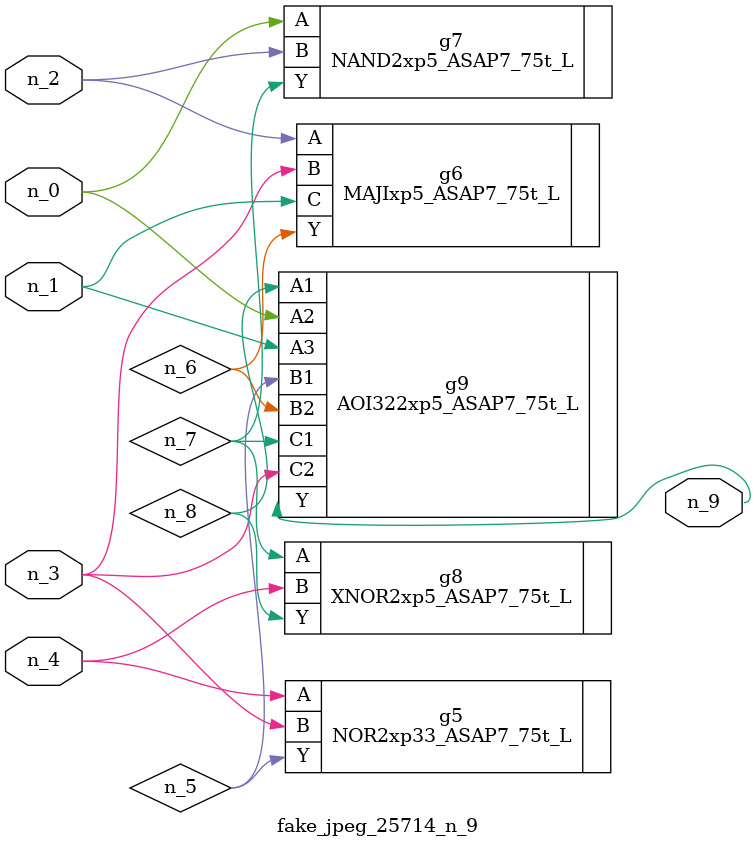
<source format=v>
module fake_jpeg_25714_n_9 (n_3, n_2, n_1, n_0, n_4, n_9);

input n_3;
input n_2;
input n_1;
input n_0;
input n_4;

output n_9;

wire n_8;
wire n_6;
wire n_5;
wire n_7;

NOR2xp33_ASAP7_75t_L g5 ( 
.A(n_4),
.B(n_3),
.Y(n_5)
);

MAJIxp5_ASAP7_75t_L g6 ( 
.A(n_2),
.B(n_3),
.C(n_1),
.Y(n_6)
);

NAND2xp5_ASAP7_75t_L g7 ( 
.A(n_0),
.B(n_2),
.Y(n_7)
);

XNOR2xp5_ASAP7_75t_L g8 ( 
.A(n_7),
.B(n_4),
.Y(n_8)
);

AOI322xp5_ASAP7_75t_L g9 ( 
.A1(n_8),
.A2(n_0),
.A3(n_1),
.B1(n_5),
.B2(n_6),
.C1(n_7),
.C2(n_3),
.Y(n_9)
);


endmodule
</source>
